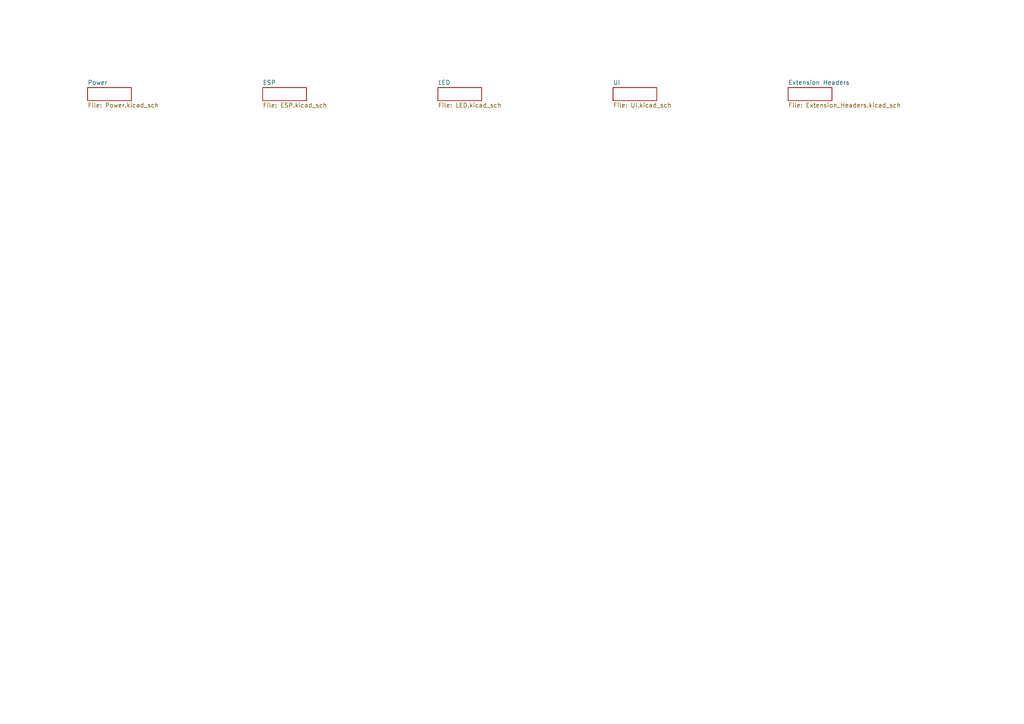
<source format=kicad_sch>
(kicad_sch (version 20230121) (generator eeschema)
  (paper "A4")
  (lib_symbols)
  (sheet (at 25.4 25.4) (size 12.7 3.81)
    (property "Sheetname" "Power" (at 25.4 24.6884 0) (effects (justify left bottom)))
    (property "Sheetfile" "Power.kicad_sch" (at 25.4 29.7946 0) (effects (justify left top)))
  )
  (sheet (at 177.8 25.4) (size 12.7 3.81)
    (property "Sheetname" "UI" (at 177.8 24.6884 0) (effects (justify left bottom)))
    (property "Sheetfile" "UI.kicad_sch" (at 177.8 29.7946 0) (effects (justify left top)))
  )
  (sheet (at 127 25.4) (size 12.7 3.81)
    (property "Sheetname" "LED" (at 127 24.6884 0) (effects (justify left bottom)))
    (property "Sheetfile" "LED.kicad_sch" (at 127 29.7946 0) (effects (justify left top)))
  )
  (sheet (at 76.2 25.4) (size 12.7 3.81)
    (property "Sheetname" "ESP" (at 76.2 24.6884 0) (effects (justify left bottom)))
    (property "Sheetfile" "ESP.kicad_sch" (at 76.2 29.7946 0) (effects (justify left top)))
  )
  (sheet (at 228.6 25.4) (size 12.7 3.81)
    (property "Sheetname" "Extension Headers" (at 228.6 24.6884 0) (effects (justify left bottom)))
    (property "Sheetfile" "Extension_Headers.kicad_sch" (at 228.6 29.7946 0) (effects (justify left top)))
  )
)
</source>
